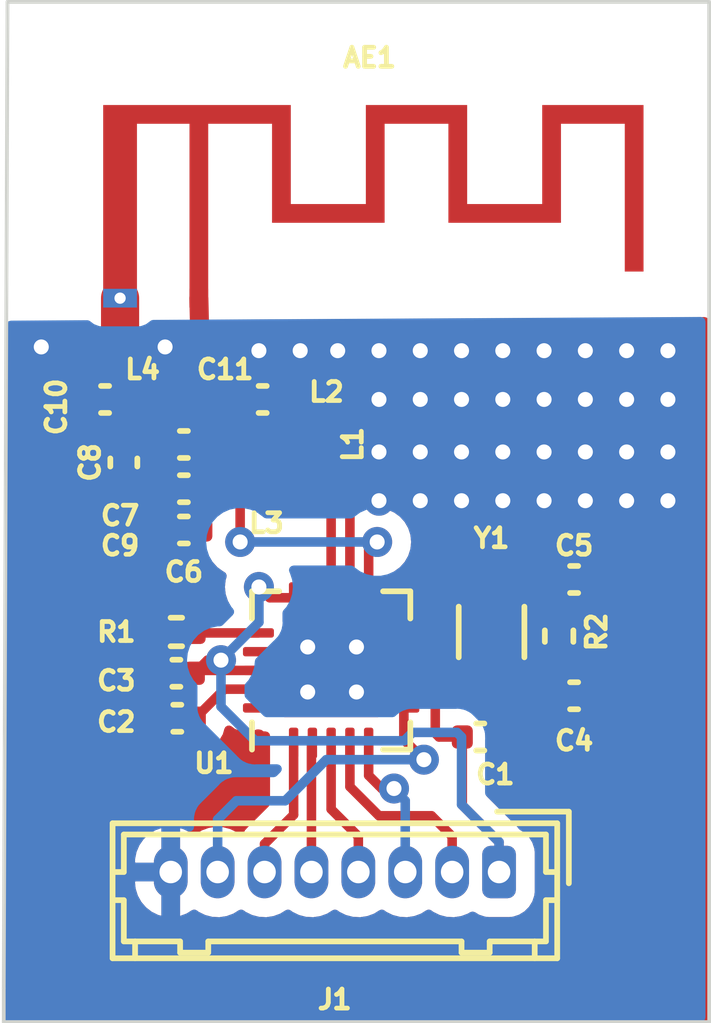
<source format=kicad_pcb>
(kicad_pcb (version 20221018) (generator pcbnew)
  (layers (0 "F.Cu" signal) (31 "B.Cu" signal) (34 "B.Paste" user) (35 "F.Paste" user) (36 "B.SilkS" user "B.Silkscreen") (37 "F.SilkS" user "F.Silkscreen") (38 "B.Mask" user) (39 "F.Mask" user) (44 "Edge.Cuts" user))
  (net 0 "")
  (net 1 "Net-(U1-ANT1)")
  (net 2 "Net-(U1-ANT2)")
  (net 3 "Net-(AE1-A)")
  (net 4 "VDD")
  (net 5 "GND")
  (net 6 "Net-(U1-DVDD)")
  (net 7 "Net-(U1-XC2)")
  (net 8 "Net-(U1-XC1)")
  (net 9 "Net-(U1-VDD_PA)")
  (net 10 "Net-(C10-Pad1)")
  (net 11 "Net-(C7-Pad2)")
  (net 12 "Net-(J1-Pin_2)")
  (net 13 "Net-(J1-Pin_3)")
  (net 14 "Net-(J1-Pin_4)")
  (net 15 "Net-(J1-Pin_5)")
  (net 16 "Net-(J1-Pin_6)")
  (net 17 "Net-(J1-Pin_7)")
  (net 18 "Net-(U1-IREF)")
  (footprint "Crystal:Crystal_SMD_3215-2Pin_3.2x1.5mm" (layer "F.Cu") (at 144.3 98.9 -90)
    (fp_text reference "Y1" (at -2.5 0 -180) (layer "F.SilkS") (effects (font (size 0.508 0.508) (thickness 0.1524))))
    (fp_text value "16MHz")
    (fp_line (start -0.675 -0.875) (end 0.675 -0.875) (stroke (width 0.1524)) (layer "F.SilkS"))
    (fp_line (start -0.675 0.875) (end 0.675 0.875) (stroke (width 0.1524)) (layer "F.SilkS"))
    (pad "1" smd rect (at 1.25 0 270) (size 1 1.8) (layers "F.Cu" "F.Paste" "F.Mask") (net 7 "Net-(U1-XC2)"))
    (pad "2" smd rect (at -1.25 0 270) (size 1 1.8) (layers "F.Cu" "F.Paste" "F.Mask") (net 8 "Net-(U1-XC1)"))
  )
  (footprint "Resistor_SMD:R_0402_1005Metric" (layer "F.Cu") (at 146.1 99.01 90)
    (fp_text reference "R2" (at 0.11 1 90) (layer "F.SilkS") (effects (font (size 0.508 0.508) (thickness 0.1524))))
    (fp_text value "10M")
    (fp_line (start -0.153641 -0.38) (end 0.153641 -0.38) (stroke (width 0.1524)) (layer "F.SilkS"))
    (fp_line (start -0.153641 0.38) (end 0.153641 0.38) (stroke (width 0.1524)) (layer "F.SilkS"))
    (pad "1" smd roundrect (at -0.51 0 90) (size 0.54 0.64) (layers "F.Cu" "F.Paste" "F.Mask") (net 7 "Net-(U1-XC2)"))
    (pad "2" smd roundrect (at 0.51 0 90) (size 0.54 0.64) (layers "F.Cu" "F.Paste" "F.Mask") (net 8 "Net-(U1-XC1)"))
  )
  (footprint "Inductor_SMD:L_0402_1005Metric" (layer "F.Cu") (at 136.1 92.7)
    (fp_text reference "L4" (at -1.1 -0.8) (layer "F.SilkS") (effects (font (size 0.508 0.508) (thickness 0.1524))))
    (fp_text value "3n9")
    (pad "1" smd roundrect (at -0.485 0) (size 0.59 0.64) (layers "F.Cu" "F.Paste" "F.Mask") (net 10 "Net-(C10-Pad1)"))
    (pad "2" smd roundrect (at 0.485 0) (size 0.59 0.64) (layers "F.Cu" "F.Paste" "F.Mask") (net 3 "Net-(AE1-A)"))
  )
  (footprint "" (layer "F.Cu") (at 139.4 99.3)
    (fp_text reference "" (at 0 0) (layer "F.SilkS") (effects (font (size 0.508 0.508) (thickness 0.1524))))
    (fp_text value "" (at 0 0) (layer "F.SilkS") (effects (font (size 0.508 0.508) (thickness 0.1524))))
  )
  (footprint "Inductor_SMD:L_0402_1005Metric" (layer "F.Cu") (at 138.1 95.08 180)
    (fp_text reference "L3" (at -0.2 -0.92) (layer "F.SilkS") (effects (font (size 0.508 0.508) (thickness 0.1524))))
    (fp_text value "2n7")
    (pad "1" smd roundrect (at -0.485 0 180) (size 0.59 0.64) (layers "F.Cu" "F.Paste" "F.Mask") (net 2 "Net-(U1-ANT2)"))
    (pad "2" smd roundrect (at 0.485 0 180) (size 0.59 0.64) (layers "F.Cu" "F.Paste" "F.Mask") (net 9 "Net-(U1-VDD_PA)"))
  )
  (footprint "Capacitor_SMD:C_0402_1005Metric" (layer "F.Cu") (at 138.2 92.7)
    (fp_text reference "C11" (at -1 -0.8) (layer "F.SilkS") (effects (font (size 0.508 0.508) (thickness 0.1524))))
    (fp_text value "Cx")
    (fp_line (start -0.107836 -0.36) (end 0.107836 -0.36) (stroke (width 0.1524)) (layer "F.SilkS"))
    (fp_line (start -0.107836 0.36) (end 0.107836 0.36) (stroke (width 0.1524)) (layer "F.SilkS"))
    (pad "1" smd roundrect (at -0.48 0) (size 0.56 0.62) (layers "F.Cu" "F.Paste" "F.Mask") (net 3 "Net-(AE1-A)"))
    (pad "2" smd roundrect (at 0.48 0) (size 0.56 0.62) (layers "F.Cu" "F.Paste" "F.Mask") (net 5 "GND"))
  )
  (footprint "Capacitor_SMD:C_0402_1005Metric" (layer "F.Cu") (at 144 101.7)
    (fp_text reference "C1" (at 0.4 1) (layer "F.SilkS") (effects (font (size 0.508 0.508) (thickness 0.1524))))
    (fp_text value "10n")
    (fp_line (start -0.107836 -0.36) (end 0.107836 -0.36) (stroke (width 0.1524)) (layer "F.SilkS"))
    (fp_line (start -0.107836 0.36) (end 0.107836 0.36) (stroke (width 0.1524)) (layer "F.SilkS"))
    (pad "1" smd roundrect (at -0.48 0) (size 0.56 0.62) (layers "F.Cu" "F.Paste" "F.Mask") (net 4 "VDD"))
    (pad "2" smd roundrect (at 0.48 0) (size 0.56 0.62) (layers "F.Cu" "F.Paste" "F.Mask") (net 5 "GND"))
  )
  (footprint "Capacitor_SMD:C_0402_1005Metric" (layer "F.Cu") (at 146.5 100.6)
    (fp_text reference "C4" (at 0 1.2 180) (layer "F.SilkS") (effects (font (size 0.508 0.508) (thickness 0.1524))))
    (fp_text value "22p")
    (fp_line (start -0.107836 -0.36) (end 0.107836 -0.36) (stroke (width 0.1524)) (layer "F.SilkS"))
    (fp_line (start -0.107836 0.36) (end 0.107836 0.36) (stroke (width 0.1524)) (layer "F.SilkS"))
    (pad "1" smd roundrect (at -0.48 0) (size 0.56 0.62) (layers "F.Cu" "F.Paste" "F.Mask") (net 7 "Net-(U1-XC2)"))
    (pad "2" smd roundrect (at 0.48 0) (size 0.56 0.62) (layers "F.Cu" "F.Paste" "F.Mask") (net 5 "GND"))
  )
  (footprint "Resistor_SMD:R_0402_1005Metric" (layer "F.Cu") (at 135.9 98.9 180)
    (fp_text reference "R1" (at 1.6 0) (layer "F.SilkS") (effects (font (size 0.508 0.508) (thickness 0.1524))))
    (fp_text value "22K")
    (fp_line (start -0.153641 -0.38) (end 0.153641 -0.38) (stroke (width 0.1524)) (layer "F.SilkS"))
    (fp_line (start -0.153641 0.38) (end 0.153641 0.38) (stroke (width 0.1524)) (layer "F.SilkS"))
    (pad "1" smd roundrect (at -0.51 0 180) (size 0.54 0.64) (layers "F.Cu" "F.Paste" "F.Mask") (net 18 "Net-(U1-IREF)"))
    (pad "2" smd roundrect (at 0.51 0 180) (size 0.54 0.64) (layers "F.Cu" "F.Paste" "F.Mask") (net 5 "GND"))
  )
  (footprint "Capacitor_SMD:C_0402_1005Metric" (layer "F.Cu") (at 134.5 94.38 -90)
    (fp_text reference "C8" (at 0 0.9 90) (layer "F.SilkS") (effects (font (size 0.508 0.508) (thickness 0.1524))))
    (fp_text value "1p")
    (fp_line (start -0.107836 -0.36) (end 0.107836 -0.36) (stroke (width 0.1524)) (layer "F.SilkS"))
    (fp_line (start -0.107836 0.36) (end 0.107836 0.36) (stroke (width 0.1524)) (layer "F.SilkS"))
    (pad "1" smd roundrect (at -0.48 0 270) (size 0.56 0.62) (layers "F.Cu" "F.Paste" "F.Mask") (net 10 "Net-(C10-Pad1)"))
    (pad "2" smd roundrect (at 0.48 0 270) (size 0.56 0.62) (layers "F.Cu" "F.Paste" "F.Mask") (net 5 "GND"))
  )
  (footprint "Capacitor_SMD:C_0402_1005Metric" (layer "F.Cu") (at 135.9 100 180)
    (fp_text reference "C3" (at 1.6 -0.2) (layer "F.SilkS") (effects (font (size 0.508 0.508) (thickness 0.1524))))
    (fp_text value "1n")
    (fp_line (start -0.107836 -0.36) (end 0.107836 -0.36) (stroke (width 0.1524)) (layer "F.SilkS"))
    (fp_line (start -0.107836 0.36) (end 0.107836 0.36) (stroke (width 0.1524)) (layer "F.SilkS"))
    (pad "1" smd roundrect (at -0.48 0 180) (size 0.56 0.62) (layers "F.Cu" "F.Paste" "F.Mask") (net 4 "VDD"))
    (pad "2" smd roundrect (at 0.48 0 180) (size 0.56 0.62) (layers "F.Cu" "F.Paste" "F.Mask") (net 5 "GND"))
  )
  (footprint "Capacitor_SMD:C_0402_1005Metric" (layer "F.Cu") (at 134 92.7 180)
    (fp_text reference "C10" (at 1.3 -0.2 90) (layer "F.SilkS") (effects (font (size 0.508 0.508) (thickness 0.1524))))
    (fp_text value "Cx")
    (fp_line (start -0.107836 -0.36) (end 0.107836 -0.36) (stroke (width 0.1524)) (layer "F.SilkS"))
    (fp_line (start -0.107836 0.36) (end 0.107836 0.36) (stroke (width 0.1524)) (layer "F.SilkS"))
    (pad "1" smd roundrect (at -0.48 0 180) (size 0.56 0.62) (layers "F.Cu" "F.Paste" "F.Mask") (net 10 "Net-(C10-Pad1)"))
    (pad "2" smd roundrect (at 0.48 0 180) (size 0.56 0.62) (layers "F.Cu" "F.Paste" "F.Mask") (net 5 "GND"))
  )
  (footprint "Inductor_SMD:L_0402_1005Metric" (layer "F.Cu") (at 139.7 94.58 -90)
    (fp_text reference "L1" (at -0.68 -0.9 90) (layer "F.SilkS") (effects (font (size 0.508 0.508) (thickness 0.1524))))
    (fp_text value "8n1")
    (pad "1" smd roundrect (at -0.485 0 270) (size 0.59 0.64) (layers "F.Cu" "F.Paste" "F.Mask") (net 1 "Net-(U1-ANT1)"))
    (pad "2" smd roundrect (at 0.485 0 270) (size 0.59 0.64) (layers "F.Cu" "F.Paste" "F.Mask") (net 2 "Net-(U1-ANT2)"))
  )
  (footprint "Connector_Hirose:Hirose_DF13-08P-1.25DSA_1x08_P1.25mm_Vertical" (layer "F.Cu") (at 144.5 105.3 180)
    (fp_text reference "J1" (at 4.38 -3.4) (layer "F.SilkS") (effects (font (size 0.508 0.508) (thickness 0.1524))))
    (fp_text value "Conn_01x08_Pin")
    (fp_line (start -1.86 -0.3) (end -1.86 1.61) (stroke (width 0.1524)) (layer "F.SilkS"))
    (fp_line (start -1.86 1.61) (end 0.05 1.61) (stroke (width 0.1524)) (layer "F.SilkS"))
    (fp_line (start -1.55 -2.3) (end -1.55 1.3) (stroke (width 0.1524)) (layer "F.SilkS"))
    (fp_line (start -1.55 -0.75) (end -1.25 -0.75) (stroke (width 0.1524)) (layer "F.SilkS"))
    (fp_line (start -1.55 0) (end -1.25 0) (stroke (width 0.1524)) (layer "F.SilkS"))
    (fp_line (start -1.55 1.3) (end 10.3 1.3) (stroke (width 0.1524)) (layer "F.SilkS"))
    (fp_line (start -1.25 -1.85) (end -0.95 -1.85) (stroke (width 0.1524)) (layer "F.SilkS"))
    (fp_line (start -1.25 -0.75) (end -1.25 -1.85) (stroke (width 0.1524)) (layer "F.SilkS"))
    (fp_line (start -1.25 0) (end -1.25 1) (stroke (width 0.1524)) (layer "F.SilkS"))
    (fp_line (start -1.25 1) (end 10 1) (stroke (width 0.1524)) (layer "F.SilkS"))
    (fp_line (start -0.95 -1.85) (end -0.95 -2.3) (stroke (width 0.1524)) (layer "F.SilkS"))
    (fp_line (start -0.95 -1.85) (end 0.25 -1.85) (stroke (width 0.1524)) (layer "F.SilkS"))
    (fp_line (start 0.25 -2.15) (end 1 -2.15) (stroke (width 0.1524)) (layer "F.SilkS"))
    (fp_line (start 0.25 -1.85) (end 0.25 -2.15) (stroke (width 0.1524)) (layer "F.SilkS"))
    (fp_line (start 1 -2.15) (end 1 -1.85) (stroke (width 0.1524)) (layer "F.SilkS"))
    (fp_line (start 1 -1.85) (end 7.75 -1.85) (stroke (width 0.1524)) (layer "F.SilkS"))
    (fp_line (start 7.75 -2.15) (end 8.5 -2.15) (stroke (width 0.1524)) (layer "F.SilkS"))
    (fp_line (start 7.75 -1.85) (end 7.75 -2.15) (stroke (width 0.1524)) (layer "F.SilkS"))
    (fp_line (start 8.5 -2.15) (end 8.5 -1.85) (stroke (width 0.1524)) (layer "F.SilkS"))
    (fp_line (start 8.5 -1.85) (end 9.7 -1.85) (stroke (width 0.1524)) (layer "F.SilkS"))
    (fp_line (start 9.7 -1.85) (end 9.7 -2.3) (stroke (width 0.1524)) (layer "F.SilkS"))
    (fp_line (start 10 -1.85) (end 9.7 -1.85) (stroke (width 0.1524)) (layer "F.SilkS"))
    (fp_line (start 10 -0.75) (end 10 -1.85) (stroke (width 0.1524)) (layer "F.SilkS"))
    (fp_line (start 10 0) (end 10.3 0) (stroke (width 0.1524)) (layer "F.SilkS"))
    (fp_line (start 10 1) (end 10 0) (stroke (width 0.1524)) (layer "F.SilkS"))
    (fp_line (start 10.3 -2.3) (end -1.55 -2.3) (stroke (width 0.1524)) (layer "F.SilkS"))
    (fp_line (start 10.3 -0.75) (end 10 -0.75) (stroke (width 0.1524)) (layer "F.SilkS"))
    (fp_line (start 10.3 1.3) (end 10.3 -2.3) (stroke (width 0.1524)) (layer "F.SilkS"))
    (pad "1" thru_hole roundrect (at 0 0 180) (size 0.9 1.4) (drill 0.6) (layers "*.Cu" "*.Mask") (net 4 "VDD"))
    (pad "2" thru_hole oval (at 1.25 0 180) (size 0.9 1.4) (drill 0.6) (layers "*.Cu" "*.Mask") (net 12 "Net-(J1-Pin_2)"))
    (pad "3" thru_hole oval (at 2.5 0 180) (size 0.9 1.4) (drill 0.6) (layers "*.Cu" "*.Mask") (net 13 "Net-(J1-Pin_3)"))
    (pad "4" thru_hole oval (at 3.75 0 180) (size 0.9 1.4) (drill 0.6) (layers "*.Cu" "*.Mask") (net 14 "Net-(J1-Pin_4)"))
    (pad "5" thru_hole oval (at 5 0 180) (size 0.9 1.4) (drill 0.6) (layers "*.Cu" "*.Mask") (net 15 "Net-(J1-Pin_5)"))
    (pad "6" thru_hole oval (at 6.25 0 180) (size 0.9 1.4) (drill 0.6) (layers "*.Cu" "*.Mask") (net 16 "Net-(J1-Pin_6)"))
    (pad "7" thru_hole oval (at 7.5 0 180) (size 0.9 1.4) (drill 0.6) (layers "*.Cu" "*.Mask") (net 17 "Net-(J1-Pin_7)"))
    (pad "8" thru_hole oval (at 8.75 0 180) (size 0.9 1.4) (drill 0.6) (layers "*.Cu" "*.Mask") (net 5 "GND"))
  )
  (footprint "Package_DFN_QFN:QFN-20-1EP_4x4mm_P0.5mm_EP2.5x2.5mm" (layer "F.Cu") (at 140.025 99.925 90)
    (fp_text reference "U1" (at -2.475 -3.125 180) (layer "F.SilkS") (effects (font (size 0.508 0.508) (thickness 0.1524))))
    (fp_text value "nRF24L01P")
    (fp_line (start -2.11 2.11) (end -2.11 1.385) (stroke (width 0.1524)) (layer "F.SilkS"))
    (fp_line (start -1.385 -2.11) (end -2.11 -2.11) (stroke (width 0.1524)) (layer "F.SilkS"))
    (fp_line (start -1.385 2.11) (end -2.11 2.11) (stroke (width 0.1524)) (layer "F.SilkS"))
    (fp_line (start 1.385 -2.11) (end 2.11 -2.11) (stroke (width 0.1524)) (layer "F.SilkS"))
    (fp_line (start 1.385 2.11) (end 2.11 2.11) (stroke (width 0.1524)) (layer "F.SilkS"))
    (fp_line (start 2.11 -2.11) (end 2.11 -1.385) (stroke (width 0.1524)) (layer "F.SilkS"))
    (fp_line (start 2.11 2.11) (end 2.11 1.385) (stroke (width 0.1524)) (layer "F.SilkS"))
    (pad "1" smd roundrect (at -1.9375 -1 90) (size 0.825 0.25) (layers "F.Cu" "F.Paste" "F.Mask") (net 16 "Net-(J1-Pin_6)"))
    (pad "2" smd roundrect (at -1.9375 -0.5 90) (size 0.825 0.25) (layers "F.Cu" "F.Paste" "F.Mask") (net 15 "Net-(J1-Pin_5)"))
    (pad "3" smd roundrect (at -1.9375 0 90) (size 0.825 0.25) (layers "F.Cu" "F.Paste" "F.Mask") (net 14 "Net-(J1-Pin_4)"))
    (pad "4" smd roundrect (at -1.9375 0.5 90) (size 0.825 0.25) (layers "F.Cu" "F.Paste" "F.Mask") (net 12 "Net-(J1-Pin_2)"))
    (pad "5" smd roundrect (at -1.9375 1 90) (size 0.825 0.25) (layers "F.Cu" "F.Paste" "F.Mask") (net 13 "Net-(J1-Pin_3)"))
    (pad "6" smd roundrect (at -1 1.9375 90) (size 0.25 0.825) (layers "F.Cu" "F.Paste" "F.Mask") (net 17 "Net-(J1-Pin_7)"))
    (pad "7" smd roundrect (at -0.5 1.9375 90) (size 0.25 0.825) (layers "F.Cu" "F.Paste" "F.Mask") (net 4 "VDD"))
    (pad "8" smd roundrect (at 0 1.9375 90) (size 0.25 0.825) (layers "F.Cu" "F.Paste" "F.Mask") (net 5 "GND"))
    (pad "9" smd roundrect (at 0.5 1.9375 90) (size 0.25 0.825) (layers "F.Cu" "F.Paste" "F.Mask") (net 7 "Net-(U1-XC2)"))
    (pad "10" smd roundrect (at 1 1.9375 90) (size 0.25 0.825) (layers "F.Cu" "F.Paste" "F.Mask") (net 8 "Net-(U1-XC1)"))
    (pad "11" smd roundrect (at 1.9375 1 90) (size 0.825 0.25) (layers "F.Cu" "F.Paste" "F.Mask") (net 9 "Net-(U1-VDD_PA)"))
    (pad "12" smd roundrect (at 1.9375 0.5 90) (size 0.825 0.25) (layers "F.Cu" "F.Paste" "F.Mask") (net 1 "Net-(U1-ANT1)"))
    (pad "13" smd roundrect (at 1.9375 0 90) (size 0.825 0.25) (layers "F.Cu" "F.Paste" "F.Mask") (net 2 "Net-(U1-ANT2)"))
    (pad "14" smd roundrect (at 1.9375 -0.5 90) (size 0.825 0.25) (layers "F.Cu" "F.Paste" "F.Mask") (net 5 "GND"))
    (pad "15" smd roundrect (at 1.9375 -1 90) (size 0.825 0.25) (layers "F.Cu" "F.Paste" "F.Mask") (net 4 "VDD"))
    (pad "16" smd roundrect (at 1 -1.9375 90) (size 0.25 0.825) (layers "F.Cu" "F.Paste" "F.Mask") (net 18 "Net-(U1-IREF)"))
    (pad "17" smd roundrect (at 0.5 -1.9375 90) (size 0.25 0.825) (layers "F.Cu" "F.Paste" "F.Mask") (net 5 "GND"))
    (pad "18" smd roundrect (at 0 -1.9375 90) (size 0.25 0.825) (layers "F.Cu" "F.Paste" "F.Mask") (net 4 "VDD"))
    (pad "19" smd roundrect (at -0.5 -1.9375 90) (size 0.25 0.825) (layers "F.Cu" "F.Paste" "F.Mask") (net 6 "Net-(U1-DVDD)"))
    (pad "20" smd roundrect (at -1 -1.9375 90) (size 0.25 0.825) (layers "F.Cu" "F.Paste" "F.Mask") (net 5 "GND"))
    (pad "21" smd rect (at 0 0 90) (size 2.5 2.5) (layers "F.Cu" "F.Mask"))
  )
  (footprint "Inductor_SMD:L_0402_1005Metric" (layer "F.Cu") (at 138.115 93.9 180)
    (fp_text reference "L2" (at -1.785 1.4) (layer "F.SilkS") (effects (font (size 0.508 0.508) (thickness 0.1524))))
    (fp_text value "3n9")
    (pad "1" smd roundrect (at -0.485 0 180) (size 0.59 0.64) (layers "F.Cu" "F.Paste" "F.Mask") (net 1 "Net-(U1-ANT1)"))
    (pad "2" smd roundrect (at 0.485 0 180) (size 0.59 0.64) (layers "F.Cu" "F.Paste" "F.Mask") (net 11 "Net-(C7-Pad2)"))
  )
  (footprint "RF_Antenna:Texas_SWRA117D_2.4GHz_Right" (layer "F.Cu") (at 136.5 90)
    (fp_text reference "AE1" (at 4.55 -6.41) (layer "F.SilkS") (effects (font (size 0.508 0.508) (thickness 0.1524))))
    (fp_text value "Antenna")
    (fp_poly (pts (xy 2.45 -2.51) (xy 4.45 -2.51) (xy 4.45 -5.15) (xy 7.15 -5.15) (xy 7.15 -2.51) (xy 9.15 -2.51) (xy 9.15 -5.15) (xy 11.85 -5.15) (xy 11.85 -0.71) (xy 11.35 -0.71) (xy 11.35 -4.65) (xy 9.65 -4.65) (xy 9.65 -2.01) (xy 6.65 -2.01) (xy 6.65 -4.65) (xy 4.95 -4.65) (xy 4.95 -2.01) (xy 1.95 -2.01) (xy 1.95 -4.65) (xy 0.25 -4.65) (xy 0.25 0.25) (xy -0.25 0.25) (xy -0.25 -4.65) (xy -1.65 -4.65) (xy -1.65 0.25) (xy -2.55 0.25) (xy -2.55 0.006785) (xy -2.247583 0.006785) (xy -2.237742 0.054395) (xy -2.213674 0.096797) (xy -2.175731 0.129581) (xy -2.167819 0.133935) (xy -2.125156 0.146043) (xy -2.076637 0.1453) (xy -2.031122 0.1324) (xy -2.012511 0.121787) (xy -1.978868 0.086553) (xy -1.958309 0.041368) (xy -1.951778 -0.008158) (xy -1.960218 -0.056417) (xy -1.977112 -0.088643) (xy -2.012372 -0.121313) (xy -2.057682 -0.141408) (xy -2.107267 -0.147982) (xy -2.155353 -0.140092) (xy -2.188245 -0.123186) (xy -2.223185 -0.086416) (xy -2.242847 -0.041622) (xy -2.247583 0.006785) (xy -2.55 0.006785) (xy -2.55 -5.15) (xy 2.45 -5.15) (xy 2.45 -2.51)) (fill solid) (layer "F.Cu"))
    (pad "1" connect rect (at 0 0) (size 0.5 0.5) (layers "F.Cu") (net 3 "Net-(AE1-A)"))
    (pad "2" thru_hole rect (at -2.1 0) (size 0.9 0.5) (drill 0.3) (layers "*.Cu"))
  )
  (footprint "Capacitor_SMD:C_0402_1005Metric" (layer "F.Cu") (at 146.5 97.5)
    (fp_text reference "C5" (at 0 -0.9) (layer "F.SilkS") (effects (font (size 0.508 0.508) (thickness 0.1524))))
    (fp_text value "22p")
    (fp_line (start -0.107836 -0.36) (end 0.107836 -0.36) (stroke (width 0.1524)) (layer "F.SilkS"))
    (fp_line (start -0.107836 0.36) (end 0.107836 0.36) (stroke (width 0.1524)) (layer "F.SilkS"))
    (pad "1" smd roundrect (at -0.48 0) (size 0.56 0.62) (layers "F.Cu" "F.Paste" "F.Mask") (net 8 "Net-(U1-XC1)"))
    (pad "2" smd roundrect (at 0.48 0) (size 0.56 0.62) (layers "F.Cu" "F.Paste" "F.Mask") (net 5 "GND"))
  )
  (footprint "Capacitor_SMD:C_0402_1005Metric" (layer "F.Cu") (at 135.925 101.2 180)
    (fp_text reference "C2" (at 1.625 -0.1) (layer "F.SilkS") (effects (font (size 0.508 0.508) (thickness 0.1524))))
    (fp_text value "33n")
    (fp_line (start -0.107836 -0.36) (end 0.107836 -0.36) (stroke (width 0.1524)) (layer "F.SilkS"))
    (fp_line (start -0.107836 0.36) (end 0.107836 0.36) (stroke (width 0.1524)) (layer "F.SilkS"))
    (pad "1" smd roundrect (at -0.48 0 180) (size 0.56 0.62) (layers "F.Cu" "F.Paste" "F.Mask") (net 6 "Net-(U1-DVDD)"))
    (pad "2" smd roundrect (at 0.48 0 180) (size 0.56 0.62) (layers "F.Cu" "F.Paste" "F.Mask") (net 5 "GND"))
  )
  (footprint "Capacitor_SMD:C_0402_1005Metric" (layer "F.Cu") (at 136.1 96.18 180)
    (fp_text reference "C6" (at 0 -1.12) (layer "F.SilkS") (effects (font (size 0.508 0.508) (thickness 0.1524))))
    (fp_text value "C_Small")
    (fp_line (start -0.107836 -0.36) (end 0.107836 -0.36) (stroke (width 0.1524)) (layer "F.SilkS"))
    (fp_line (start -0.107836 0.36) (end 0.107836 0.36) (stroke (width 0.1524)) (layer "F.SilkS"))
    (pad "1" smd roundrect (at -0.48 0 180) (size 0.56 0.62) (layers "F.Cu" "F.Paste" "F.Mask") (net 9 "Net-(U1-VDD_PA)"))
    (pad "2" smd roundrect (at 0.48 0 180) (size 0.56 0.62) (layers "F.Cu" "F.Paste" "F.Mask") (net 5 "GND"))
  )
  (footprint "Capacitor_SMD:C_0402_1005Metric" (layer "F.Cu") (at 136.1 95.08 180)
    (fp_text reference "C9" (at 1.7 -1.52) (layer "F.SilkS") (effects (font (size 0.508 0.508) (thickness 0.1524))))
    (fp_text value "C_Small")
    (fp_line (start -0.107836 -0.36) (end 0.107836 -0.36) (stroke (width 0.1524)) (layer "F.SilkS"))
    (fp_line (start -0.107836 0.36) (end 0.107836 0.36) (stroke (width 0.1524)) (layer "F.SilkS"))
    (pad "1" smd roundrect (at -0.48 0 180) (size 0.56 0.62) (layers "F.Cu" "F.Paste" "F.Mask") (net 9 "Net-(U1-VDD_PA)"))
    (pad "2" smd roundrect (at 0.48 0 180) (size 0.56 0.62) (layers "F.Cu" "F.Paste" "F.Mask") (net 5 "GND"))
  )
  (footprint "Capacitor_SMD:C_0402_1005Metric" (layer "F.Cu") (at 136.1 93.9 180)
    (fp_text reference "C7" (at 1.7 -1.9) (layer "F.SilkS") (effects (font (size 0.508 0.508) (thickness 0.1524))))
    (fp_text value "1p5")
    (fp_line (start -0.107836 -0.36) (end 0.107836 -0.36) (stroke (width 0.1524)) (layer "F.SilkS"))
    (fp_line (start -0.107836 0.36) (end 0.107836 0.36) (stroke (width 0.1524)) (layer "F.SilkS"))
    (pad "1" smd roundrect (at -0.48 0 180) (size 0.56 0.62) (layers "F.Cu" "F.Paste" "F.Mask") (net 11 "Net-(C7-Pad2)"))
    (pad "2" smd roundrect (at 0.48 0 180) (size 0.56 0.62) (layers "F.Cu" "F.Paste" "F.Mask") (net 10 "Net-(C10-Pad1)"))
  )
  (gr_line (start 132.3 91.3) (end 135.6 91.3) (stroke (width 1.016)) (layer "F.Cu"))
  (gr_line (start 139.5 97.95) (end 139.5 99.05) (stroke (width 0.2)) (layer "F.Cu"))
  (gr_line (start 136.5 90) (end 136.5609 92.691233) (stroke (width 0.508)) (layer "F.Cu"))
  (gr_line (start 139.25 100.9) (end 138.15 100.9) (stroke (width 0.2)) (layer "F.Cu"))
  (gr_line (start 141.9 99.9) (end 140.8 99.9) (stroke (width 0.2)) (layer "F.Cu"))
  (gr_line (start 134.4 90) (end 134.4 91.1) (stroke (width 1.016)) (layer "F.Cu"))
  (gr_line (start 131.3 108.4) (end 131.4 82.1) (stroke (width 0.1)) (layer "Edge.Cuts"))
  (gr_line (start 131.4 82.1) (end 150.1 82.1) (stroke (width 0.1)) (layer "Edge.Cuts"))
  (gr_line (start 150.1 82.1) (end 150.1 109.3) (stroke (width 0.1)) (layer "Edge.Cuts"))
  (gr_line (start 150.1 109.3) (end 131.3 109.3) (stroke (width 0.1)) (layer "Edge.Cuts"))
  (gr_line (start 131.3 109.3) (end 131.3 108.4) (stroke (width 0.1)) (layer "Edge.Cuts"))
  (segment (start 140.525 97.9875) (end 140.525 94.898956) (width 0.254) (layer "F.Cu") (net 1))
  (segment (start 138.6 93.9) (end 139.505 93.9) (width 0.508) (layer "F.Cu") (net 1))
  (segment (start 139.505 93.9) (end 139.7 94.095) (width 0.508) (layer "F.Cu") (net 1))
  (segment (start 139.721044 94.095) (end 139.7 94.095) (width 0.254) (layer "F.Cu") (net 1))
  (segment (start 140.525 94.898956) (end 139.721044 94.095) (width 0.254) (layer "F.Cu") (net 1))
  (segment (start 139.685 95.08) (end 139.7 95.065) (width 0.508) (layer "F.Cu") (net 2))
  (segment (start 138.585 95.08) (end 139.685 95.08) (width 0.508) (layer "F.Cu") (net 2))
  (segment (start 140.025 97.9875) (end 140.025 95.39) (width 0.254) (layer "F.Cu") (net 2))
  (segment (start 140.025 95.39) (end 139.7 95.065) (width 0.254) (layer "F.Cu") (net 2))
  (segment (start 137.72 92.7) (end 136.585 92.7) (width 0.508) (layer "F.Cu") (net 3))
  (segment (start 138.0875 99.925) (end 136.455 99.925) (width 0.254) (layer "F.Cu") (net 4))
  (segment (start 143.52 103.52) (end 144.5 104.5) (width 0.254) (layer "F.Cu") (net 4))
  (segment (start 138.3875 97.9875) (end 138.1 97.7) (width 0.254) (layer "F.Cu") (net 4))
  (segment (start 136.7285 99.6515) (end 136.38 100) (width 0.254) (layer "F.Cu") (net 4))
  (segment (start 144.5 104.5) (end 144.5 105.3) (width 0.254) (layer "F.Cu") (net 4))
  (segment (start 139.025 97.9875) (end 138.3875 97.9875) (width 0.254) (layer "F.Cu") (net 4))
  (segment (start 142.425836 100.425) (end 141.9625 100.425) (width 0.254) (layer "F.Cu") (net 4))
  (segment (start 142.8 100.799164) (end 142.425836 100.425) (width 0.254) (layer "F.Cu") (net 4))
  (segment (start 139.025 97.9875) (end 139.0125 98) (width 0.254) (layer "F.Cu") (net 4))
  (segment (start 142.8 101.6) (end 142.8 100.799164) (width 0.254) (layer "F.Cu") (net 4))
  (segment (start 137.08954 99.6515) (end 136.7285 99.6515) (width 0.254) (layer "F.Cu") (net 4))
  (segment (start 136.455 99.925) (end 136.38 100) (width 0.254) (layer "F.Cu") (net 4))
  (segment (start 143.52 101.7) (end 142.9 101.7) (width 0.254) (layer "F.Cu") (net 4))
  (segment (start 142.9 101.7) (end 142.8 101.6) (width 0.254) (layer "F.Cu") (net 4))
  (segment (start 143.52 101.7) (end 143.52 103.52) (width 0.254) (layer "F.Cu") (net 4))
  (via (at 137.08954 99.6515) (size 0.8) (drill 0.4) (layers "F.Cu" "B.Cu") (net 4))
  (via (at 138.1 97.7) (size 0.8) (drill 0.4) (layers "F.Cu" "B.Cu") (net 4))
  (segment (start 138 101.8) (end 141.973361 101.8) (width 0.254) (layer "B.Cu") (net 4))
  (segment (start 144.5 104.5) (end 144.5 105.3) (width 0.254) (layer "B.Cu") (net 4))
  (segment (start 138.1 97.7) (end 138.1 98.64104) (width 0.254) (layer "B.Cu") (net 4))
  (segment (start 143.377485 101.577485) (end 143.5 101.7) (width 0.254) (layer "B.Cu") (net 4))
  (segment (start 138.1 98.64104) (end 137.08954 99.6515) (width 0.254) (layer "B.Cu") (net 4))
  (segment (start 137.08954 100.88954) (end 138 101.8) (width 0.254) (layer "B.Cu") (net 4))
  (segment (start 142.195876 101.577485) (end 143.377485 101.577485) (width 0.254) (layer "B.Cu") (net 4))
  (segment (start 143.5 103.5) (end 144.5 104.5) (width 0.254) (layer "B.Cu") (net 4))
  (segment (start 143.5 101.7) (end 143.5 103.5) (width 0.254) (layer "B.Cu") (net 4))
  (segment (start 137.08954 99.6515) (end 137.08954 100.88954) (width 0.254) (layer "B.Cu") (net 4))
  (segment (start 141.973361 101.8) (end 142.195876 101.577485) (width 0.254) (layer "B.Cu") (net 4))
  (via (at 142.4 95.4) (size 0.8) (drill 0.4) (layers "F.Cu" "B.Cu") (net 5))
  (via (at 147.9 91.4) (size 0.8) (drill 0.4) (layers "F.Cu" "B.Cu") (net 5))
  (via (at 146.8 94.1) (size 0.8) (drill 0.4) (layers "F.Cu" "B.Cu") (net 5))
  (via (at 147.9 94.1) (size 0.8) (drill 0.4) (layers "F.Cu" "B.Cu") (net 5))
  (via (at 135.6 91.3) (size 0.8) (drill 0.4) (layers "F.Cu" "B.Cu") (net 5))
  (via (at 139.4 100.5) (size 0.8) (drill 0.4) (layers "F.Cu" "B.Cu") (net 5))
  (via (at 145.7 92.7) (size 0.8) (drill 0.4) (layers "F.Cu" "B.Cu") (net 5))
  (via (at 144.6 94.1) (size 0.8) (drill 0.4) (layers "F.Cu" "B.Cu") (net 5))
  (via (at 141.3 92.7) (size 0.8) (drill 0.4) (layers "F.Cu" "B.Cu") (net 5))
  (via (at 143.5 92.7) (size 0.8) (drill 0.4) (layers "F.Cu" "B.Cu") (net 5))
  (via (at 142.4 94.1) (size 0.8) (drill 0.4) (layers "F.Cu" "B.Cu") (net 5))
  (via (at 143.5 94.1) (size 0.8) (drill 0.4) (layers "F.Cu" "B.Cu") (net 5))
  (via (at 143.5 91.4) (size 0.8) (drill 0.4) (layers "F.Cu" "B.Cu") (net 5))
  (via (at 147.9 92.7) (size 0.8) (drill 0.4) (layers "F.Cu" "B.Cu") (net 5))
  (via (at 142.4 91.4) (size 0.8) (drill 0.4) (layers "F.Cu" "B.Cu") (net 5))
  (via (at 132.3 91.3) (size 0.8) (drill 0.4) (layers "F.Cu" "B.Cu") (net 5))
  (via (at 144.6 92.7) (size 0.8) (drill 0.4) (layers "F.Cu" "B.Cu") (net 5))
  (via (at 144.6 95.4) (size 0.8) (drill 0.4) (layers "F.Cu" "B.Cu") (net 5))
  (via (at 141.3 94.1) (size 0.8) (drill 0.4) (layers "F.Cu" "B.Cu") (net 5))
  (via (at 146.8 92.7) (size 0.8) (drill 0.4) (layers "F.Cu" "B.Cu") (net 5))
  (via (at 142.4 92.7) (size 0.8) (drill 0.4) (layers "F.Cu" "B.Cu") (net 5))
  (via (at 144.6 91.4) (size 0.8) (drill 0.4) (layers "F.Cu" "B.Cu") (net 5))
  (via (at 140.7 99.3) (size 0.8) (drill 0.4) (layers "F.Cu" "B.Cu") (net 5))
  (via (at 145.7 94.1) (size 0.8) (drill 0.4) (layers "F.Cu" "B.Cu") (net 5))
  (via (at 140.2 91.4) (size 0.8) (drill 0.4) (layers "F.Cu" "B.Cu") (net 5))
  (via (at 146.8 95.4) (size 0.8) (drill 0.4) (layers "F.Cu" "B.Cu") (net 5))
  (via (at 139.2 91.4) (size 0.8) (drill 0.4) (layers "F.Cu" "B.Cu") (net 5))
  (via (at 143.5 95.4) (size 0.8) (drill 0.4) (layers "F.Cu" "B.Cu") (net 5))
  (via (at 149 95.4) (size 0.8) (drill 0.4) (layers "F.Cu" "B.Cu") (net 5))
  (via (at 149 94.1) (size 0.8) (drill 0.4) (layers "F.Cu" "B.Cu") (net 5))
  (via (at 141.3 95.4) (size 0.8) (drill 0.4) (layers "F.Cu" "B.Cu") (net 5))
  (via (at 146.8 91.4) (size 0.8) (drill 0.4) (layers "F.Cu" "B.Cu") (net 5))
  (via (at 138.1 91.4) (size 0.8) (drill 0.4) (layers "F.Cu" "B.Cu") (net 5))
  (via (at 149 92.7) (size 0.8) (drill 0.4) (layers "F.Cu" "B.Cu") (net 5))
  (via (at 141.3 91.4) (size 0.8) (drill 0.4) (layers "F.Cu" "B.Cu") (net 5))
  (via (at 147.9 95.4) (size 0.8) (drill 0.4) (layers "F.Cu" "B.Cu") (net 5))
  (via (at 139.4 99.3) (size 0.8) (drill 0.4) (layers "F.Cu" "B.Cu") (net 5))
  (via (at 145.7 95.4) (size 0.8) (drill 0.4) (layers "F.Cu" "B.Cu") (net 5))
  (via (at 145.7 91.4) (size 0.8) (drill 0.4) (layers "F.Cu" "B.Cu") (net 5))
  (via (at 149 91.4) (size 0.8) (drill 0.4) (layers "F.Cu" "B.Cu") (net 5))
  (via (at 140.7 100.5) (size 0.8) (drill 0.4) (layers "F.Cu" "B.Cu") (net 5))
  (segment (start 138.0875 100.425) (end 137.18 100.425) (width 0.254) (layer "F.Cu") (net 6))
  (segment (start 137.18 100.425) (end 136.405 101.2) (width 0.254) (layer "F.Cu") (net 6))
  (segment (start 146.1 99.52) (end 146.1 100.52) (width 0.254) (layer "F.Cu") (net 7))
  (segment (start 144.3 99.6) (end 144.125 99.425) (width 0.254) (layer "F.Cu") (net 7))
  (segment (start 144.125 99.425) (end 141.9625 99.425) (width 0.254) (layer "F.Cu") (net 7))
  (segment (start 144.4 100.05) (end 144.3 100.15) (width 0.254) (layer "F.Cu") (net 7))
  (segment (start 146.02 100.6) (end 144.75 100.6) (width 0.254) (layer "F.Cu") (net 7))
  (segment (start 146.1 100.52) (end 146.02 100.6) (width 0.254) (layer "F.Cu") (net 7))
  (segment (start 144.3 100.15) (end 144.3 99.6) (width 0.254) (layer "F.Cu") (net 7))
  (segment (start 144.75 100.6) (end 144.3 100.15) (width 0.254) (layer "F.Cu") (net 7))
  (segment (start 146.1 98.5) (end 146.1 97.58) (width 0.254) (layer "F.Cu") (net 8))
  (segment (start 141.9625 98.925) (end 143.675 98.925) (width 0.254) (layer "F.Cu") (net 8))
  (segment (start 146.02 97.5) (end 144.45 97.5) (width 0.254) (layer "F.Cu") (net 8))
  (segment (start 146.1 97.58) (end 146.02 97.5) (width 0.254) (layer "F.Cu") (net 8))
  (segment (start 144.3 98.3) (end 144.3 97.65) (width 0.254) (layer "F.Cu") (net 8))
  (segment (start 144.45 97.5) (end 144.3 97.65) (width 0.254) (layer "F.Cu") (net 8))
  (segment (start 143.675 98.925) (end 144.3 98.3) (width 0.254) (layer "F.Cu") (net 8))
  (segment (start 146.12 98.57) (end 146.1 98.59) (width 0.254) (layer "F.Cu") (net 8))
  (segment (start 141.025 97.9875) (end 141.025 96.7265) (width 0.254) (layer "F.Cu") (net 9))
  (segment (start 137.6 96.5) (end 137.6 95.095) (width 0.254) (layer "F.Cu") (net 9))
  (segment (start 136.58 95.08) (end 136.58 96.18) (width 0.508) (layer "F.Cu") (net 9))
  (segment (start 141.025 96.7265) (end 141.2515 96.5) (width 0.254) (layer "F.Cu") (net 9))
  (segment (start 137.6 95.095) (end 137.615 95.08) (width 0.254) (layer "F.Cu") (net 9))
  (segment (start 137.615 95.08) (end 136.58 95.08) (width 0.508) (layer "F.Cu") (net 9))
  (via (at 137.6 96.5) (size 0.8) (drill 0.4) (layers "F.Cu" "B.Cu") (net 9))
  (via (at 141.2515 96.5) (size 0.8) (drill 0.4) (layers "F.Cu" "B.Cu") (net 9))
  (segment (start 137.9 96.5) (end 137.6 96.5) (width 0.254) (layer "B.Cu") (net 9))
  (segment (start 141.2515 96.5) (end 137.9 96.5) (width 0.254) (layer "B.Cu") (net 9))
  (segment (start 134.5 93.9) (end 135.62 93.9) (width 0.508) (layer "F.Cu") (net 10))
  (segment (start 134.48 92.7) (end 134.48 93.88) (width 0.508) (layer "F.Cu") (net 10))
  (segment (start 135.615 92.7) (end 135.615 93.895) (width 0.508) (layer "F.Cu") (net 10))
  (segment (start 135.615 93.895) (end 135.62 93.9) (width 0.508) (layer "F.Cu") (net 10))
  (segment (start 134.48 93.88) (end 134.5 93.9) (width 0.508) (layer "F.Cu") (net 10))
  (segment (start 136.58 93.9) (end 137.63 93.9) (width 0.508) (layer "F.Cu") (net 11))
  (segment (start 140.525 103.025) (end 140.525 101.8625) (width 0.254) (layer "F.Cu") (net 12))
  (segment (start 142.7 103.8) (end 141.3 103.8) (width 0.254) (layer "F.Cu") (net 12))
  (segment (start 143.25 105.3) (end 143.25 104.35) (width 0.254) (layer "F.Cu") (net 12))
  (segment (start 141.3 103.8) (end 140.525 103.025) (width 0.254) (layer "F.Cu") (net 12))
  (segment (start 143.25 104.35) (end 142.7 103.8) (width 0.254) (layer "F.Cu") (net 12))
  (segment (start 141.025 102.725) (end 141.3 103) (width 0.254) (layer "F.Cu") (net 13))
  (segment (start 141.3735 103.0735) (end 141.7 103.0735) (width 0.254) (layer "F.Cu") (net 13))
  (segment (start 141.3 103) (end 141.3735 103.0735) (width 0.254) (layer "F.Cu") (net 13))
  (segment (start 141.025 101.8625) (end 141.025 102.725) (width 0.254) (layer "F.Cu") (net 13))
  (via (at 141.7 103.0735) (size 0.8) (drill 0.4) (layers "F.Cu" "B.Cu") (net 13))
  (segment (start 141.7 103.0735) (end 141.7 103.1) (width 0.254) (layer "B.Cu") (net 13))
  (segment (start 141.7 103.1) (end 142 103.4) (width 0.254) (layer "B.Cu") (net 13))
  (segment (start 142 103.4) (end 142 105.3) (width 0.254) (layer "B.Cu") (net 13))
  (segment (start 140.025 103.625) (end 140.75 104.35) (width 0.254) (layer "F.Cu") (net 14))
  (segment (start 140.75 104.35) (end 140.75 105.3) (width 0.254) (layer "F.Cu") (net 14))
  (segment (start 140.025 101.8625) (end 140.025 103.625) (width 0.254) (layer "F.Cu") (net 14))
  (segment (start 139.525 101.8625) (end 139.5 101.8875) (width 0.254) (layer "F.Cu") (net 15))
  (segment (start 139.5 101.8875) (end 139.5 105.3) (width 0.254) (layer "F.Cu") (net 15))
  (segment (start 139.025 103.775) (end 138.25 104.55) (width 0.254) (layer "F.Cu") (net 16))
  (segment (start 139.025 101.8625) (end 139.025 103.775) (width 0.254) (layer "F.Cu") (net 16))
  (segment (start 138.25 104.55) (end 138.25 105.3) (width 0.254) (layer "F.Cu") (net 16))
  (segment (start 141.9625 101.769975) (end 142.49701 102.304485) (width 0.254) (layer "F.Cu") (net 17))
  (segment (start 141.9625 100.925) (end 141.9625 101.769975) (width 0.254) (layer "F.Cu") (net 17))
  (via (at 142.49701 102.304485) (size 0.8) (drill 0.4) (layers "F.Cu" "B.Cu") (net 17))
  (segment (start 138.801156 103.4) (end 137.5 103.4) (width 0.254) (layer "B.Cu") (net 17))
  (segment (start 139.896671 102.304485) (end 138.801156 103.4) (width 0.254) (layer "B.Cu") (net 17))
  (segment (start 142.49701 102.304485) (end 139.896671 102.304485) (width 0.254) (layer "B.Cu") (net 17))
  (segment (start 137 103.9) (end 137 105.3) (width 0.254) (layer "B.Cu") (net 17))
  (segment (start 137.5 103.4) (end 137 103.9) (width 0.254) (layer "B.Cu") (net 17))
  (segment (start 138.0875 98.925) (end 136.435 98.925) (width 0.254) (layer "F.Cu") (net 18))
  (segment (start 136.435 98.925) (end 136.41 98.9) (width 0.254) (layer "F.Cu") (net 18))
  (zone (net 5) (net_name "GND") (layer "F.Cu") (priority 1) (connect_pads (clearance 0.5)) (min_thickness 0.25) (fill yes (thermal_gap 0.5) (thermal_bridge_width 0.5))
    (polygon (pts (xy 131.3 90.9) (xy 150.1 90.5) (xy 150.1 109.3) (xy 131.4 109.3)))
  )
  (zone (net 5) (net_name "GND") (layer "B.Cu") (connect_pads (clearance 0.5)) (min_thickness 0.25) (fill yes (thermal_gap 0.5) (thermal_bridge_width 0.5))
    (polygon (pts (xy 131.3 90.6) (xy 150 90.5) (xy 150 109.3) (xy 131.3 109.3) (xy 131.2 107.3)))
  )
)
</source>
